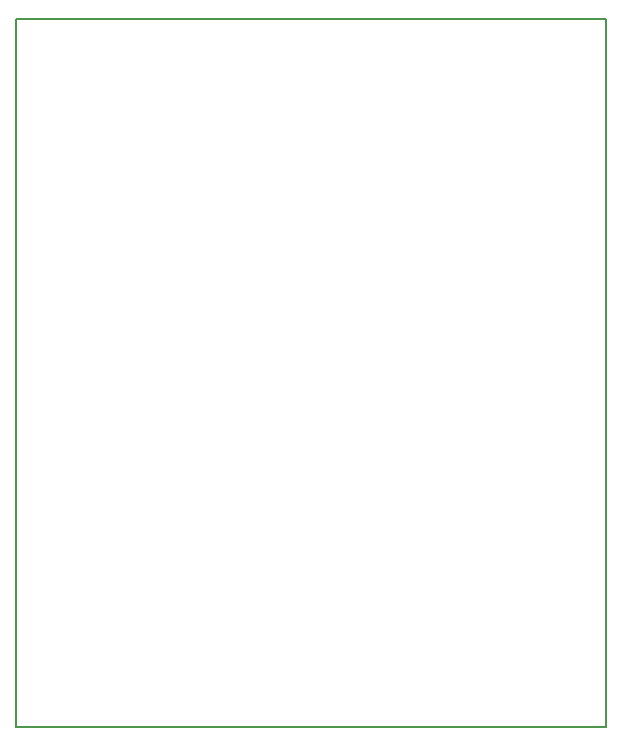
<source format=gbr>
G04 #@! TF.FileFunction,Profile,NP*
%FSLAX46Y46*%
G04 Gerber Fmt 4.6, Leading zero omitted, Abs format (unit mm)*
G04 Created by KiCad (PCBNEW 4.0.4-stable) date 11/29/17 11:53:15*
%MOMM*%
%LPD*%
G01*
G04 APERTURE LIST*
%ADD10C,0.100000*%
%ADD11C,0.150000*%
G04 APERTURE END LIST*
D10*
D11*
X180000000Y-130000000D02*
X130000000Y-130000000D01*
X180000000Y-70000000D02*
X180000000Y-130000000D01*
X130000000Y-70000000D02*
X180000000Y-70000000D01*
X130000000Y-130000000D02*
X130000000Y-70000000D01*
M02*

</source>
